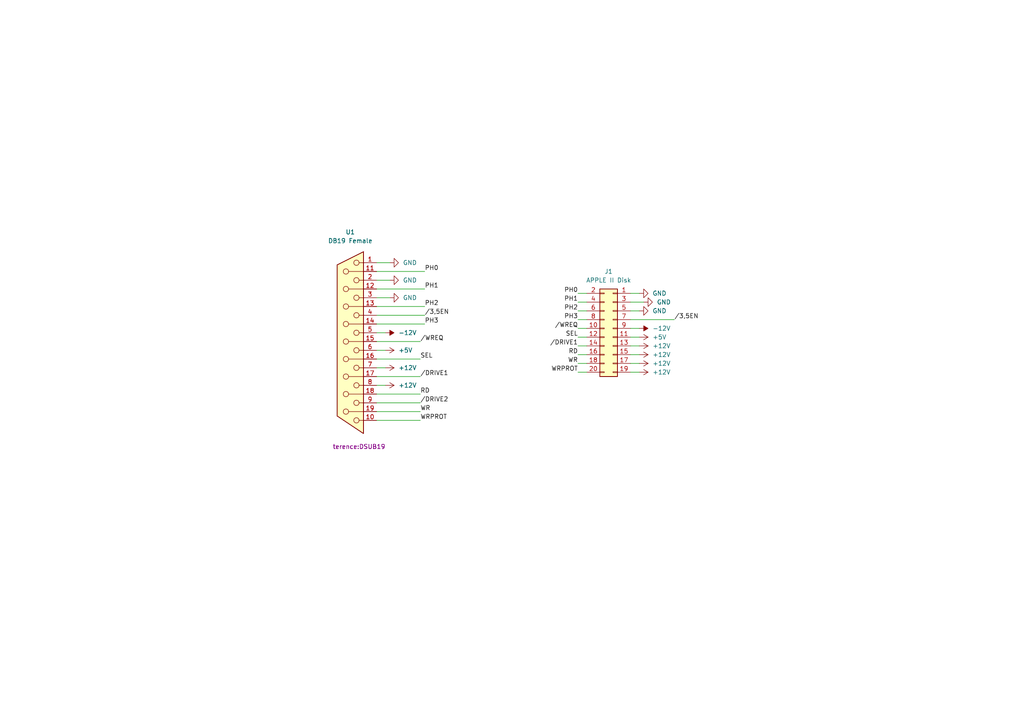
<source format=kicad_sch>
(kicad_sch (version 20211123) (generator eeschema)
  (paper "A4")
  (lib_symbols
    (symbol "Connector_Generic:Conn_02x10_Odd_Even" (pin_names (offset 1.016) hide)
      (property "Reference" "J" (at 1.27 12.7 0))
      (property "Value" "Conn_02x10_Odd_Even" (at 1.27 -15.24 0))
      (symbol "Conn_02x10_Odd_Even_1_1"
        (rectangle (start -1.27 -12.573) (end 0 -12.827) (stroke (width 0.1524)))
        (rectangle (start -1.27 -10.033) (end 0 -10.287) (stroke (width 0.1524)))
        (rectangle (start -1.27 -7.493) (end 0 -7.747) (stroke (width 0.1524)))
        (rectangle (start -1.27 -4.953) (end 0 -5.207) (stroke (width 0.1524)))
        (rectangle (start -1.27 -2.413) (end 0 -2.667) (stroke (width 0.1524)))
        (rectangle (start -1.27 0.127) (end 0 -0.127) (stroke (width 0.1524)))
        (rectangle (start -1.27 2.667) (end 0 2.413) (stroke (width 0.1524)))
        (rectangle (start -1.27 5.207) (end 0 4.953) (stroke (width 0.1524)))
        (rectangle (start -1.27 7.747) (end 0 7.493) (stroke (width 0.1524)))
        (rectangle (start -1.27 10.287) (end 0 10.033) (stroke (width 0.1524)))
        (rectangle (start -1.27 11.43) (end 3.81 -13.97) (stroke (width 0.254)) (fill (type background)))
        (rectangle (start 3.81 -12.573) (end 2.54 -12.827) (stroke (width 0.1524)))
        (rectangle (start 3.81 -10.033) (end 2.54 -10.287) (stroke (width 0.1524)))
        (rectangle (start 3.81 -7.493) (end 2.54 -7.747) (stroke (width 0.1524)))
        (rectangle (start 3.81 -4.953) (end 2.54 -5.207) (stroke (width 0.1524)))
        (rectangle (start 3.81 -2.413) (end 2.54 -2.667) (stroke (width 0.1524)))
        (rectangle (start 3.81 0.127) (end 2.54 -0.127) (stroke (width 0.1524)))
        (rectangle (start 3.81 2.667) (end 2.54 2.413) (stroke (width 0.1524)))
        (rectangle (start 3.81 5.207) (end 2.54 4.953) (stroke (width 0.1524)))
        (rectangle (start 3.81 7.747) (end 2.54 7.493) (stroke (width 0.1524)))
        (rectangle (start 3.81 10.287) (end 2.54 10.033) (stroke (width 0.1524)))
        (pin passive line (at -5.08 10.16 0) (length 3.81) (name "Pin_1") (number "1"))
        (pin passive line (at 7.62 0 180) (length 3.81) (name "Pin_10") (number "10"))
        (pin passive line (at -5.08 -2.54 0) (length 3.81) (name "Pin_11") (number "11"))
        (pin passive line (at 7.62 -2.54 180) (length 3.81) (name "Pin_12") (number "12"))
        (pin passive line (at -5.08 -5.08 0) (length 3.81) (name "Pin_13") (number "13"))
        (pin passive line (at 7.62 -5.08 180) (length 3.81) (name "Pin_14") (number "14"))
        (pin passive line (at -5.08 -7.62 0) (length 3.81) (name "Pin_15") (number "15"))
        (pin passive line (at 7.62 -7.62 180) (length 3.81) (name "Pin_16") (number "16"))
        (pin passive line (at -5.08 -10.16 0) (length 3.81) (name "Pin_17") (number "17"))
        (pin passive line (at 7.62 -10.16 180) (length 3.81) (name "Pin_18") (number "18"))
        (pin passive line (at -5.08 -12.7 0) (length 3.81) (name "Pin_19") (number "19"))
        (pin passive line (at 7.62 10.16 180) (length 3.81) (name "Pin_2") (number "2"))
        (pin passive line (at 7.62 -12.7 180) (length 3.81) (name "Pin_20") (number "20"))
        (pin passive line (at -5.08 7.62 0) (length 3.81) (name "Pin_3") (number "3"))
        (pin passive line (at 7.62 7.62 180) (length 3.81) (name "Pin_4") (number "4"))
        (pin passive line (at -5.08 5.08 0) (length 3.81) (name "Pin_5") (number "5"))
        (pin passive line (at 7.62 5.08 180) (length 3.81) (name "Pin_6") (number "6"))
        (pin passive line (at -5.08 2.54 0) (length 3.81) (name "Pin_7") (number "7"))
        (pin passive line (at 7.62 2.54 180) (length 3.81) (name "Pin_8") (number "8"))
        (pin passive line (at -5.08 0 0) (length 3.81) (name "Pin_9") (number "9"))
      )
    )
    (symbol "power:+12V" (power) (pin_names (offset 0))
      (property "Value" "+12V" (at 0 3.556 0))
      (symbol "+12V_0_1"
        (polyline (pts (xy -0.762 1.27) (xy 0 2.54)))
        (polyline (pts (xy 0 0) (xy 0 2.54)))
        (polyline (pts (xy 0 2.54) (xy 0.762 1.27)))
      )
      (symbol "+12V_1_1"
        (pin power_in line (at 0 0 90) (length 0) hide (name "+12V") (number "1"))
      )
    )
    (symbol "power:+5V" (power) (pin_names (offset 0))
      (property "Value" "+5V" (at 0 3.556 0))
      (symbol "+5V_0_1"
        (polyline (pts (xy -0.762 1.27) (xy 0 2.54)))
        (polyline (pts (xy 0 0) (xy 0 2.54)))
        (polyline (pts (xy 0 2.54) (xy 0.762 1.27)))
      )
      (symbol "+5V_1_1"
        (pin power_in line (at 0 0 90) (length 0) hide (name "+5V") (number "1"))
      )
    )
    (symbol "power:-12V" (power) (pin_names (offset 0))
      (property "Value" "-12V" (at 0 3.81 0))
      (symbol "-12V_0_0"
        (pin power_in line (at 0 0 90) (length 0) hide (name "-12V") (number "1"))
      )
      (symbol "-12V_0_1"
        (polyline (pts (xy 0 0) (xy 0 1.27) (xy 0.762 1.27) (xy 0 2.54) (xy -0.762 1.27) (xy 0 1.27)) (fill (type outline)))
      )
    )
    (symbol "power:GND" (power) (pin_names (offset 0))
      (property "Value" "GND" (at 0 -3.81 0))
      (symbol "GND_0_1"
        (polyline (pts (xy 0 0) (xy 0 -1.27) (xy 1.27 -1.27) (xy 0 -2.54) (xy -1.27 -1.27) (xy 0 -1.27)))
      )
      (symbol "GND_1_1"
        (pin power_in line (at 0 0 270) (length 0) hide (name "GND") (number "1"))
      )
    )
    (symbol "terence:DB19 Female" (pin_names hide)
      (property "Reference" "U" (at 0 2.54 0))
      (property "Value" "DB19 Female" (at 0 0 0))
      (symbol "DB19 Female_0_1"
        (circle (center -1.778 22.86) (radius 0.762))
        (circle (center -1.778 27.94) (radius 0.762))
        (circle (center -1.778 33.02) (radius 0.762))
        (circle (center -1.778 38.1) (radius 0.762))
        (circle (center -1.778 43.18) (radius 0.762))
        (circle (center -1.778 48.26) (radius 0.762))
        (circle (center -1.778 53.34) (radius 0.762))
        (circle (center -1.778 58.42) (radius 0.762))
        (circle (center -1.778 63.5) (radius 0.762))
        (circle (center -1.778 68.58) (radius 0.762))
        (polyline (pts (xy -3.81 22.86) (xy -2.54 22.86)))
        (polyline (pts (xy -3.81 25.4) (xy 0.508 25.4)))
        (polyline (pts (xy -3.81 27.94) (xy -2.54 27.94)))
        (polyline (pts (xy -3.81 30.48) (xy 0.508 30.48)))
        (polyline (pts (xy -3.81 33.02) (xy -2.54 33.02)))
        (polyline (pts (xy -3.81 35.56) (xy 0.508 35.56)))
        (polyline (pts (xy -3.81 38.1) (xy -2.54 38.1)))
        (polyline (pts (xy -3.81 40.64) (xy 0.508 40.64)))
        (polyline (pts (xy -3.81 43.18) (xy -2.54 43.18)))
        (polyline (pts (xy -3.81 45.72) (xy 0.508 45.72)))
        (polyline (pts (xy -3.81 48.26) (xy -2.54 48.26)))
        (polyline (pts (xy -3.81 50.8) (xy 0.508 50.8)))
        (polyline (pts (xy -3.81 53.34) (xy -2.54 53.34)))
        (polyline (pts (xy -3.81 55.88) (xy 0.508 55.88)))
        (polyline (pts (xy -3.81 58.42) (xy -2.54 58.42)))
        (polyline (pts (xy -3.81 60.96) (xy 0.508 60.96)))
        (polyline (pts (xy -3.81 63.5) (xy -2.54 63.5)))
        (polyline (pts (xy -3.81 66.04) (xy 0.508 66.04)))
        (polyline (pts (xy -3.81 68.58) (xy -2.54 68.58)))
        (polyline (pts (xy -3.81 71.755) (xy 3.81 67.945) (xy 3.81 24.13) (xy -3.81 19.05) (xy -3.81 71.755)) (stroke (width 0.254)) (fill (type background)))
        (circle (center 1.27 25.4) (radius 0.762))
        (circle (center 1.27 30.48) (radius 0.762))
        (circle (center 1.27 35.56) (radius 0.762))
        (circle (center 1.27 40.64) (radius 0.762))
        (circle (center 1.27 45.72) (radius 0.762))
        (circle (center 1.27 50.8) (radius 0.762))
        (circle (center 1.27 55.88) (radius 0.762))
        (circle (center 1.27 60.96) (radius 0.762))
        (circle (center 1.27 66.04) (radius 0.762))
      )
      (symbol "DB19 Female_1_1"
        (pin passive line (at -7.62 68.58 0) (length 3.81) (name "1") (number "1"))
        (pin passive line (at -7.62 22.86 0) (length 3.81) (name "10") (number "10"))
        (pin passive line (at -7.62 66.04 0) (length 3.81) (name "11") (number "11"))
        (pin passive line (at -7.62 60.96 0) (length 3.81) (name "12") (number "12"))
        (pin passive line (at -7.62 55.88 0) (length 3.81) (name "13") (number "13"))
        (pin passive line (at -7.62 50.8 0) (length 3.81) (name "P14") (number "14"))
        (pin passive line (at -7.62 45.72 0) (length 3.81) (name "P15") (number "15"))
        (pin passive line (at -7.62 40.64 0) (length 3.81) (name "P16") (number "16"))
        (pin passive line (at -7.62 35.56 0) (length 3.81) (name "P17") (number "17"))
        (pin passive line (at -7.62 30.48 0) (length 3.81) (name "P18") (number "18"))
        (pin passive line (at -7.62 25.4 0) (length 3.81) (name "P19") (number "19"))
        (pin passive line (at -7.62 63.5 0) (length 3.81) (name "2") (number "2"))
        (pin passive line (at -7.62 58.42 0) (length 3.81) (name "3") (number "3"))
        (pin passive line (at -7.62 53.34 0) (length 3.81) (name "4") (number "4"))
        (pin passive line (at -7.62 48.26 0) (length 3.81) (name "5") (number "5"))
        (pin passive line (at -7.62 43.18 0) (length 3.81) (name "6") (number "6"))
        (pin passive line (at -7.62 38.1 0) (length 3.81) (name "7") (number "7"))
        (pin passive line (at -7.62 33.02 0) (length 3.81) (name "8") (number "8"))
        (pin passive line (at -7.62 27.94 0) (length 3.81) (name "9") (number "9"))
      )
    )
  )
  (wire (pts (xy 167.64 90.17) (xy 170.18 90.17)))
  (wire (pts (xy 109.22 119.38) (xy 121.92 119.38)))
  (wire (pts (xy 109.22 109.22) (xy 121.92 109.22)))
  (wire (pts (xy 109.22 99.06) (xy 121.92 99.06)))
  (wire (pts (xy 182.88 92.71) (xy 195.58 92.71)))
  (wire (pts (xy 109.22 83.82) (xy 123.19 83.82)))
  (wire (pts (xy 167.64 97.79) (xy 170.18 97.79)))
  (wire (pts (xy 109.22 111.76) (xy 111.76 111.76)))
  (wire (pts (xy 109.22 88.9) (xy 123.19 88.9)))
  (wire (pts (xy 109.22 96.52) (xy 111.76 96.52)))
  (wire (pts (xy 109.22 104.14) (xy 121.92 104.14)))
  (wire (pts (xy 167.64 105.41) (xy 170.18 105.41)))
  (wire (pts (xy 109.22 78.74) (xy 123.19 78.74)))
  (wire (pts (xy 182.88 90.17) (xy 185.42 90.17)))
  (wire (pts (xy 167.64 95.25) (xy 170.18 95.25)))
  (wire (pts (xy 182.88 95.25) (xy 185.42 95.25)))
  (wire (pts (xy 167.64 92.71) (xy 170.18 92.71)))
  (wire (pts (xy 109.22 76.2) (xy 113.03 76.2)))
  (wire (pts (xy 182.88 102.87) (xy 185.42 102.87)))
  (wire (pts (xy 109.22 91.44) (xy 123.19 91.44)))
  (wire (pts (xy 109.22 86.36) (xy 113.03 86.36)))
  (wire (pts (xy 109.22 116.84) (xy 121.92 116.84)))
  (wire (pts (xy 182.88 87.63) (xy 186.69 87.63)))
  (wire (pts (xy 167.64 100.33) (xy 170.18 100.33)))
  (wire (pts (xy 109.22 93.98) (xy 123.19 93.98)))
  (wire (pts (xy 182.88 105.41) (xy 185.42 105.41)))
  (wire (pts (xy 109.22 81.28) (xy 113.03 81.28)))
  (wire (pts (xy 167.64 102.87) (xy 170.18 102.87)))
  (wire (pts (xy 182.88 107.95) (xy 185.42 107.95)))
  (wire (pts (xy 167.64 87.63) (xy 170.18 87.63)))
  (wire (pts (xy 109.22 121.92) (xy 121.92 121.92)))
  (wire (pts (xy 182.88 97.79) (xy 185.42 97.79)))
  (wire (pts (xy 167.64 85.09) (xy 170.18 85.09)))
  (wire (pts (xy 182.88 85.09) (xy 185.42 85.09)))
  (wire (pts (xy 109.22 101.6) (xy 111.76 101.6)))
  (wire (pts (xy 109.22 106.68) (xy 111.76 106.68)))
  (wire (pts (xy 167.64 107.95) (xy 170.18 107.95)))
  (wire (pts (xy 109.22 114.3) (xy 121.92 114.3)))
  (wire (pts (xy 182.88 100.33) (xy 185.42 100.33)))
  (label "{slash}DRIVE1" (at 121.92 109.22 0))
  (label "PH1" (at 123.19 83.82 0))
  (label "PH1" (at 167.64 87.63 180))
  (label "PH0" (at 167.64 85.09 180))
  (label "PH0" (at 123.19 78.74 0))
  (label "SEL" (at 167.64 97.79 180))
  (label "PH2" (at 123.19 88.9 0))
  (label "WRPROT" (at 121.92 121.92 0))
  (label "{slash}WREQ" (at 167.64 95.25 180))
  (label "RD" (at 121.92 114.3 0))
  (label "{slash}3,5EN" (at 195.58 92.71 0))
  (label "PH2" (at 167.64 90.17 180))
  (label "{slash}DRIVE2" (at 121.92 116.84 0))
  (label "RD" (at 167.64 102.87 180))
  (label "WR" (at 121.92 119.38 0))
  (label "PH3" (at 123.19 93.98 0))
  (label "SEL" (at 121.92 104.14 0))
  (label "PH3" (at 167.64 92.71 180))
  (label "{slash}WREQ" (at 121.92 99.06 0))
  (label "{slash}DRIVE1" (at 167.64 100.33 180))
  (label "WR" (at 167.64 105.41 180))
  (label "WRPROT" (at 167.64 107.95 180))
  (label "{slash}3,5EN" (at 123.19 91.44 0))
  (symbol (lib_id "power:+12V") (at 185.42 100.33 270) (unit 1)
    (property "Reference" "#PWR0109" (effects hide))
    (property "Value" "+12V" (at 189.23 100.3299 90) (effects (justify left)))
  )
  (symbol (lib_id "power:+5V") (at 111.76 101.6 270) (unit 1)
    (property "Reference" "#PWR0102" (effects hide))
    (property "Value" "+5V" (at 115.57 101.5999 90) (effects (justify left)))
  )
  (symbol (lib_id "power:GND") (at 113.03 81.28 90) (unit 1)
    (property "Reference" "#PWR0107" (effects hide))
    (property "Value" "GND" (at 116.84 81.2799 90) (effects (justify right)))
  )
  (symbol (lib_id "power:+12V") (at 185.42 107.95 270) (unit 1)
    (property "Reference" "#PWR0111" (effects hide))
    (property "Value" "+12V" (at 189.23 107.9499 90) (effects (justify left)))
  )
  (symbol (lib_id "power:GND") (at 186.69 87.63 90) (unit 1)
    (property "Reference" "#PWR0114" (effects hide))
    (property "Value" "GND" (at 190.5 87.6299 90) (effects (justify right)))
  )
  (symbol (lib_id "power:+12V") (at 111.76 111.76 270) (unit 1)
    (property "Reference" "#PWR0104" (effects hide))
    (property "Value" "+12V" (at 115.57 111.7599 90) (effects (justify left)))
  )
  (symbol (lib_id "terence:DB19 Female") (at 101.6 144.78 0) (mirror y) (unit 1)
    (property "Reference" "U1" (at 101.6 67.31 0))
    (property "Value" "DB19 Female" (at 101.6 69.85 0))
    (property "Footprint" "terence:DSUB19" (at 104.14 129.54 0))
  )
  (symbol (lib_id "power:-12V") (at 185.42 95.25 270) (unit 1)
    (property "Reference" "#PWR0116" (effects hide))
    (property "Value" "-12V" (at 189.23 95.2499 90) (effects (justify left)))
  )
  (symbol (lib_id "power:-12V") (at 111.76 96.52 270) (unit 1)
    (property "Reference" "#PWR0103" (effects hide))
    (property "Value" "-12V" (at 115.57 96.5199 90) (effects (justify left)))
  )
  (symbol (lib_id "power:GND") (at 113.03 76.2 90) (unit 1)
    (property "Reference" "#PWR0106" (effects hide))
    (property "Value" "GND" (at 116.84 76.1999 90) (effects (justify right)))
  )
  (symbol (lib_id "Connector_Generic:Conn_02x10_Odd_Even") (at 177.8 95.25 0) (mirror y) (unit 1)
    (property "Reference" "J1" (at 176.53 78.74 0))
    (property "Value" "APPLE II Disk" (at 176.53 81.28 0))
    (property "Footprint" "Connector_IDC:IDC-Header_2x10_P2.54mm_Vertical" (effects hide))
  )
  (symbol (lib_id "power:GND") (at 185.42 90.17 90) (unit 1)
    (property "Reference" "#PWR0112" (effects hide))
    (property "Value" "GND" (at 189.23 90.1699 90) (effects (justify right)))
  )
  (symbol (lib_id "power:+5V") (at 185.42 97.79 270) (unit 1)
    (property "Reference" "#PWR0115" (effects hide))
    (property "Value" "+5V" (at 189.23 97.7899 90) (effects (justify left)))
  )
  (symbol (lib_id "power:+12V") (at 185.42 102.87 270) (unit 1)
    (property "Reference" "#PWR0110" (effects hide))
    (property "Value" "+12V" (at 189.23 102.8699 90) (effects (justify left)))
  )
  (symbol (lib_id "power:+12V") (at 111.76 106.68 270) (unit 1)
    (property "Reference" "#PWR0101" (effects hide))
    (property "Value" "+12V" (at 115.57 106.6799 90) (effects (justify left)))
  )
  (symbol (lib_id "power:GND") (at 185.42 85.09 90) (unit 1)
    (property "Reference" "#PWR0113" (effects hide))
    (property "Value" "GND" (at 189.23 85.0899 90) (effects (justify right)))
  )
  (symbol (lib_id "power:+12V") (at 185.42 105.41 270) (unit 1)
    (property "Reference" "#PWR0108" (effects hide))
    (property "Value" "+12V" (at 189.23 105.4099 90) (effects (justify left)))
  )
  (symbol (lib_id "power:GND") (at 113.03 86.36 90) (unit 1)
    (property "Reference" "#PWR0105" (effects hide))
    (property "Value" "GND" (at 116.84 86.3599 90) (effects (justify right)))
  )
)
</source>
